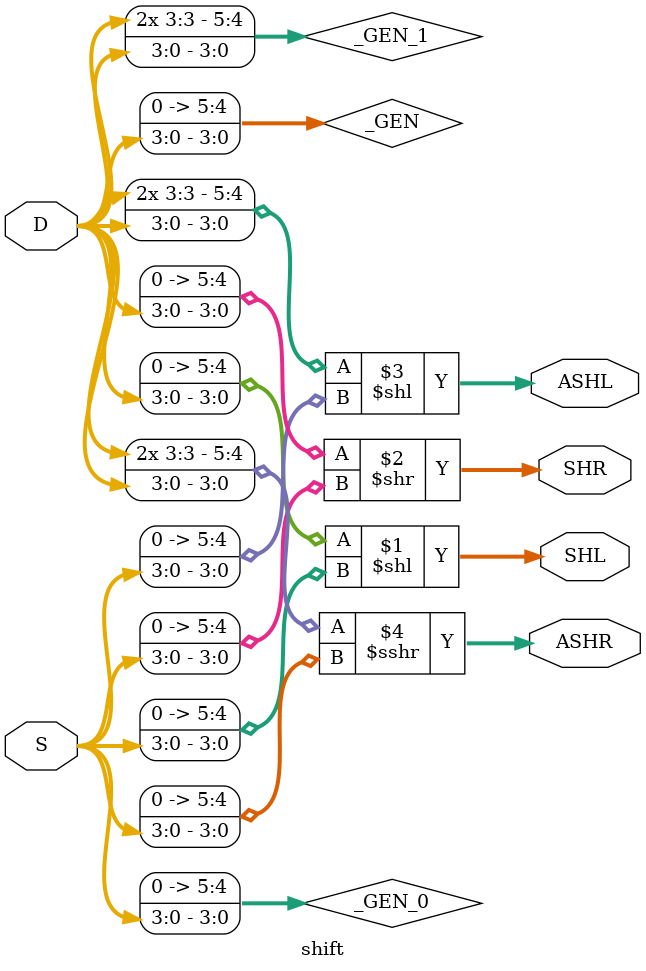
<source format=v>
module shift(	// file.cleaned.mlir:2:3
  input  [3:0] D,	// file.cleaned.mlir:2:23
               S,	// file.cleaned.mlir:2:35
  output [5:0] SHL,	// file.cleaned.mlir:2:48
               SHR,	// file.cleaned.mlir:2:62
               ASHL,	// file.cleaned.mlir:2:76
               ASHR	// file.cleaned.mlir:2:91
);

  wire [5:0] _GEN = {2'h0, D};	// file.cleaned.mlir:3:14, :4:10
  wire [5:0] _GEN_0 = {2'h0, S};	// file.cleaned.mlir:3:14, :5:10
  wire [5:0] _GEN_1 = {{2{D[3]}}, D};	// file.cleaned.mlir:8:10, :9:10, :10:10
  assign SHL = _GEN << _GEN_0;	// file.cleaned.mlir:4:10, :5:10, :6:10, :13:5
  assign SHR = _GEN >> _GEN_0;	// file.cleaned.mlir:4:10, :5:10, :7:10, :13:5
  assign ASHL = _GEN_1 << _GEN_0;	// file.cleaned.mlir:5:10, :10:10, :11:10, :13:5
  assign ASHR = $signed($signed(_GEN_1) >>> _GEN_0);	// file.cleaned.mlir:5:10, :10:10, :12:10, :13:5
endmodule


</source>
